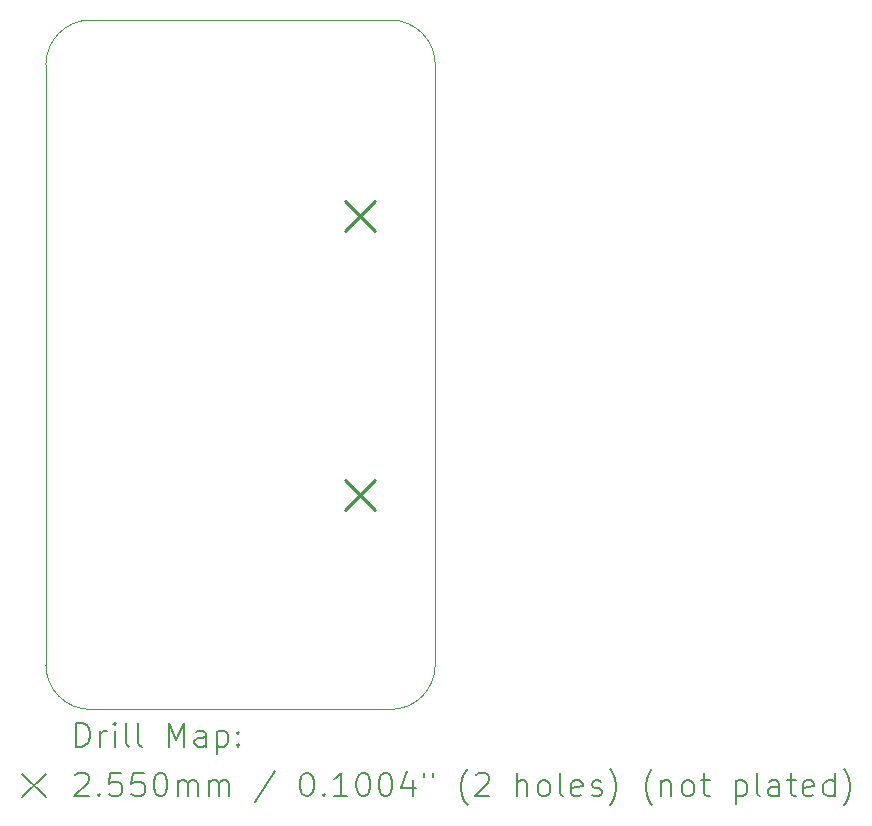
<source format=gbr>
%TF.GenerationSoftware,KiCad,Pcbnew,9.0.7*%
%TF.CreationDate,2026-01-28T01:05:42-05:00*%
%TF.ProjectId,rocket_power_board,726f636b-6574-45f7-906f-7765725f626f,rev?*%
%TF.SameCoordinates,Original*%
%TF.FileFunction,Drillmap*%
%TF.FilePolarity,Positive*%
%FSLAX45Y45*%
G04 Gerber Fmt 4.5, Leading zero omitted, Abs format (unit mm)*
G04 Created by KiCad (PCBNEW 9.0.7) date 2026-01-28 01:05:42*
%MOMM*%
%LPD*%
G01*
G04 APERTURE LIST*
%ADD10C,0.050000*%
%ADD11C,0.200000*%
%ADD12C,0.255000*%
G04 APERTURE END LIST*
D10*
X19941540Y-5080000D02*
G75*
G02*
X20320000Y-4701540I378460J0D01*
G01*
X23238460Y-10160000D02*
G75*
G02*
X22860000Y-10538460I-378460J0D01*
G01*
X23238460Y-5080000D02*
X23238460Y-10160000D01*
X20320000Y-10538460D02*
G75*
G02*
X19941540Y-10160000I0J378460D01*
G01*
X22860000Y-10538460D02*
X20320000Y-10538460D01*
X22860000Y-4701540D02*
G75*
G02*
X23238460Y-5080000I0J-378460D01*
G01*
X19941540Y-10160000D02*
X19941540Y-5080000D01*
X20320000Y-4701540D02*
X22860000Y-4701540D01*
D11*
D12*
X22471720Y-6231260D02*
X22726720Y-6486260D01*
X22726720Y-6231260D02*
X22471720Y-6486260D01*
X22471720Y-8596260D02*
X22726720Y-8851260D01*
X22726720Y-8596260D02*
X22471720Y-8851260D01*
D11*
X20199817Y-10852444D02*
X20199817Y-10652444D01*
X20199817Y-10652444D02*
X20247436Y-10652444D01*
X20247436Y-10652444D02*
X20276007Y-10661968D01*
X20276007Y-10661968D02*
X20295055Y-10681015D01*
X20295055Y-10681015D02*
X20304579Y-10700063D01*
X20304579Y-10700063D02*
X20314103Y-10738158D01*
X20314103Y-10738158D02*
X20314103Y-10766730D01*
X20314103Y-10766730D02*
X20304579Y-10804825D01*
X20304579Y-10804825D02*
X20295055Y-10823872D01*
X20295055Y-10823872D02*
X20276007Y-10842920D01*
X20276007Y-10842920D02*
X20247436Y-10852444D01*
X20247436Y-10852444D02*
X20199817Y-10852444D01*
X20399817Y-10852444D02*
X20399817Y-10719110D01*
X20399817Y-10757206D02*
X20409341Y-10738158D01*
X20409341Y-10738158D02*
X20418864Y-10728634D01*
X20418864Y-10728634D02*
X20437912Y-10719110D01*
X20437912Y-10719110D02*
X20456960Y-10719110D01*
X20523626Y-10852444D02*
X20523626Y-10719110D01*
X20523626Y-10652444D02*
X20514103Y-10661968D01*
X20514103Y-10661968D02*
X20523626Y-10671491D01*
X20523626Y-10671491D02*
X20533150Y-10661968D01*
X20533150Y-10661968D02*
X20523626Y-10652444D01*
X20523626Y-10652444D02*
X20523626Y-10671491D01*
X20647436Y-10852444D02*
X20628388Y-10842920D01*
X20628388Y-10842920D02*
X20618864Y-10823872D01*
X20618864Y-10823872D02*
X20618864Y-10652444D01*
X20752198Y-10852444D02*
X20733150Y-10842920D01*
X20733150Y-10842920D02*
X20723626Y-10823872D01*
X20723626Y-10823872D02*
X20723626Y-10652444D01*
X20980769Y-10852444D02*
X20980769Y-10652444D01*
X20980769Y-10652444D02*
X21047436Y-10795301D01*
X21047436Y-10795301D02*
X21114103Y-10652444D01*
X21114103Y-10652444D02*
X21114103Y-10852444D01*
X21295055Y-10852444D02*
X21295055Y-10747682D01*
X21295055Y-10747682D02*
X21285531Y-10728634D01*
X21285531Y-10728634D02*
X21266484Y-10719110D01*
X21266484Y-10719110D02*
X21228388Y-10719110D01*
X21228388Y-10719110D02*
X21209341Y-10728634D01*
X21295055Y-10842920D02*
X21276007Y-10852444D01*
X21276007Y-10852444D02*
X21228388Y-10852444D01*
X21228388Y-10852444D02*
X21209341Y-10842920D01*
X21209341Y-10842920D02*
X21199817Y-10823872D01*
X21199817Y-10823872D02*
X21199817Y-10804825D01*
X21199817Y-10804825D02*
X21209341Y-10785777D01*
X21209341Y-10785777D02*
X21228388Y-10776253D01*
X21228388Y-10776253D02*
X21276007Y-10776253D01*
X21276007Y-10776253D02*
X21295055Y-10766730D01*
X21390293Y-10719110D02*
X21390293Y-10919110D01*
X21390293Y-10728634D02*
X21409341Y-10719110D01*
X21409341Y-10719110D02*
X21447436Y-10719110D01*
X21447436Y-10719110D02*
X21466484Y-10728634D01*
X21466484Y-10728634D02*
X21476007Y-10738158D01*
X21476007Y-10738158D02*
X21485531Y-10757206D01*
X21485531Y-10757206D02*
X21485531Y-10814349D01*
X21485531Y-10814349D02*
X21476007Y-10833396D01*
X21476007Y-10833396D02*
X21466484Y-10842920D01*
X21466484Y-10842920D02*
X21447436Y-10852444D01*
X21447436Y-10852444D02*
X21409341Y-10852444D01*
X21409341Y-10852444D02*
X21390293Y-10842920D01*
X21571245Y-10833396D02*
X21580769Y-10842920D01*
X21580769Y-10842920D02*
X21571245Y-10852444D01*
X21571245Y-10852444D02*
X21561722Y-10842920D01*
X21561722Y-10842920D02*
X21571245Y-10833396D01*
X21571245Y-10833396D02*
X21571245Y-10852444D01*
X21571245Y-10728634D02*
X21580769Y-10738158D01*
X21580769Y-10738158D02*
X21571245Y-10747682D01*
X21571245Y-10747682D02*
X21561722Y-10738158D01*
X21561722Y-10738158D02*
X21571245Y-10728634D01*
X21571245Y-10728634D02*
X21571245Y-10747682D01*
X19739040Y-11080960D02*
X19939040Y-11280960D01*
X19939040Y-11080960D02*
X19739040Y-11280960D01*
X20190293Y-11091491D02*
X20199817Y-11081968D01*
X20199817Y-11081968D02*
X20218864Y-11072444D01*
X20218864Y-11072444D02*
X20266484Y-11072444D01*
X20266484Y-11072444D02*
X20285531Y-11081968D01*
X20285531Y-11081968D02*
X20295055Y-11091491D01*
X20295055Y-11091491D02*
X20304579Y-11110539D01*
X20304579Y-11110539D02*
X20304579Y-11129587D01*
X20304579Y-11129587D02*
X20295055Y-11158158D01*
X20295055Y-11158158D02*
X20180769Y-11272444D01*
X20180769Y-11272444D02*
X20304579Y-11272444D01*
X20390293Y-11253396D02*
X20399817Y-11262920D01*
X20399817Y-11262920D02*
X20390293Y-11272444D01*
X20390293Y-11272444D02*
X20380769Y-11262920D01*
X20380769Y-11262920D02*
X20390293Y-11253396D01*
X20390293Y-11253396D02*
X20390293Y-11272444D01*
X20580769Y-11072444D02*
X20485531Y-11072444D01*
X20485531Y-11072444D02*
X20476007Y-11167682D01*
X20476007Y-11167682D02*
X20485531Y-11158158D01*
X20485531Y-11158158D02*
X20504579Y-11148634D01*
X20504579Y-11148634D02*
X20552198Y-11148634D01*
X20552198Y-11148634D02*
X20571245Y-11158158D01*
X20571245Y-11158158D02*
X20580769Y-11167682D01*
X20580769Y-11167682D02*
X20590293Y-11186729D01*
X20590293Y-11186729D02*
X20590293Y-11234348D01*
X20590293Y-11234348D02*
X20580769Y-11253396D01*
X20580769Y-11253396D02*
X20571245Y-11262920D01*
X20571245Y-11262920D02*
X20552198Y-11272444D01*
X20552198Y-11272444D02*
X20504579Y-11272444D01*
X20504579Y-11272444D02*
X20485531Y-11262920D01*
X20485531Y-11262920D02*
X20476007Y-11253396D01*
X20771245Y-11072444D02*
X20676007Y-11072444D01*
X20676007Y-11072444D02*
X20666484Y-11167682D01*
X20666484Y-11167682D02*
X20676007Y-11158158D01*
X20676007Y-11158158D02*
X20695055Y-11148634D01*
X20695055Y-11148634D02*
X20742674Y-11148634D01*
X20742674Y-11148634D02*
X20761722Y-11158158D01*
X20761722Y-11158158D02*
X20771245Y-11167682D01*
X20771245Y-11167682D02*
X20780769Y-11186729D01*
X20780769Y-11186729D02*
X20780769Y-11234348D01*
X20780769Y-11234348D02*
X20771245Y-11253396D01*
X20771245Y-11253396D02*
X20761722Y-11262920D01*
X20761722Y-11262920D02*
X20742674Y-11272444D01*
X20742674Y-11272444D02*
X20695055Y-11272444D01*
X20695055Y-11272444D02*
X20676007Y-11262920D01*
X20676007Y-11262920D02*
X20666484Y-11253396D01*
X20904579Y-11072444D02*
X20923626Y-11072444D01*
X20923626Y-11072444D02*
X20942674Y-11081968D01*
X20942674Y-11081968D02*
X20952198Y-11091491D01*
X20952198Y-11091491D02*
X20961722Y-11110539D01*
X20961722Y-11110539D02*
X20971245Y-11148634D01*
X20971245Y-11148634D02*
X20971245Y-11196253D01*
X20971245Y-11196253D02*
X20961722Y-11234348D01*
X20961722Y-11234348D02*
X20952198Y-11253396D01*
X20952198Y-11253396D02*
X20942674Y-11262920D01*
X20942674Y-11262920D02*
X20923626Y-11272444D01*
X20923626Y-11272444D02*
X20904579Y-11272444D01*
X20904579Y-11272444D02*
X20885531Y-11262920D01*
X20885531Y-11262920D02*
X20876007Y-11253396D01*
X20876007Y-11253396D02*
X20866484Y-11234348D01*
X20866484Y-11234348D02*
X20856960Y-11196253D01*
X20856960Y-11196253D02*
X20856960Y-11148634D01*
X20856960Y-11148634D02*
X20866484Y-11110539D01*
X20866484Y-11110539D02*
X20876007Y-11091491D01*
X20876007Y-11091491D02*
X20885531Y-11081968D01*
X20885531Y-11081968D02*
X20904579Y-11072444D01*
X21056960Y-11272444D02*
X21056960Y-11139110D01*
X21056960Y-11158158D02*
X21066484Y-11148634D01*
X21066484Y-11148634D02*
X21085531Y-11139110D01*
X21085531Y-11139110D02*
X21114103Y-11139110D01*
X21114103Y-11139110D02*
X21133150Y-11148634D01*
X21133150Y-11148634D02*
X21142674Y-11167682D01*
X21142674Y-11167682D02*
X21142674Y-11272444D01*
X21142674Y-11167682D02*
X21152198Y-11148634D01*
X21152198Y-11148634D02*
X21171245Y-11139110D01*
X21171245Y-11139110D02*
X21199817Y-11139110D01*
X21199817Y-11139110D02*
X21218865Y-11148634D01*
X21218865Y-11148634D02*
X21228388Y-11167682D01*
X21228388Y-11167682D02*
X21228388Y-11272444D01*
X21323626Y-11272444D02*
X21323626Y-11139110D01*
X21323626Y-11158158D02*
X21333150Y-11148634D01*
X21333150Y-11148634D02*
X21352198Y-11139110D01*
X21352198Y-11139110D02*
X21380769Y-11139110D01*
X21380769Y-11139110D02*
X21399817Y-11148634D01*
X21399817Y-11148634D02*
X21409341Y-11167682D01*
X21409341Y-11167682D02*
X21409341Y-11272444D01*
X21409341Y-11167682D02*
X21418865Y-11148634D01*
X21418865Y-11148634D02*
X21437912Y-11139110D01*
X21437912Y-11139110D02*
X21466484Y-11139110D01*
X21466484Y-11139110D02*
X21485531Y-11148634D01*
X21485531Y-11148634D02*
X21495055Y-11167682D01*
X21495055Y-11167682D02*
X21495055Y-11272444D01*
X21885531Y-11062920D02*
X21714103Y-11320063D01*
X22142674Y-11072444D02*
X22161722Y-11072444D01*
X22161722Y-11072444D02*
X22180769Y-11081968D01*
X22180769Y-11081968D02*
X22190293Y-11091491D01*
X22190293Y-11091491D02*
X22199817Y-11110539D01*
X22199817Y-11110539D02*
X22209341Y-11148634D01*
X22209341Y-11148634D02*
X22209341Y-11196253D01*
X22209341Y-11196253D02*
X22199817Y-11234348D01*
X22199817Y-11234348D02*
X22190293Y-11253396D01*
X22190293Y-11253396D02*
X22180769Y-11262920D01*
X22180769Y-11262920D02*
X22161722Y-11272444D01*
X22161722Y-11272444D02*
X22142674Y-11272444D01*
X22142674Y-11272444D02*
X22123627Y-11262920D01*
X22123627Y-11262920D02*
X22114103Y-11253396D01*
X22114103Y-11253396D02*
X22104579Y-11234348D01*
X22104579Y-11234348D02*
X22095055Y-11196253D01*
X22095055Y-11196253D02*
X22095055Y-11148634D01*
X22095055Y-11148634D02*
X22104579Y-11110539D01*
X22104579Y-11110539D02*
X22114103Y-11091491D01*
X22114103Y-11091491D02*
X22123627Y-11081968D01*
X22123627Y-11081968D02*
X22142674Y-11072444D01*
X22295055Y-11253396D02*
X22304579Y-11262920D01*
X22304579Y-11262920D02*
X22295055Y-11272444D01*
X22295055Y-11272444D02*
X22285531Y-11262920D01*
X22285531Y-11262920D02*
X22295055Y-11253396D01*
X22295055Y-11253396D02*
X22295055Y-11272444D01*
X22495055Y-11272444D02*
X22380769Y-11272444D01*
X22437912Y-11272444D02*
X22437912Y-11072444D01*
X22437912Y-11072444D02*
X22418865Y-11101015D01*
X22418865Y-11101015D02*
X22399817Y-11120063D01*
X22399817Y-11120063D02*
X22380769Y-11129587D01*
X22618865Y-11072444D02*
X22637912Y-11072444D01*
X22637912Y-11072444D02*
X22656960Y-11081968D01*
X22656960Y-11081968D02*
X22666484Y-11091491D01*
X22666484Y-11091491D02*
X22676007Y-11110539D01*
X22676007Y-11110539D02*
X22685531Y-11148634D01*
X22685531Y-11148634D02*
X22685531Y-11196253D01*
X22685531Y-11196253D02*
X22676007Y-11234348D01*
X22676007Y-11234348D02*
X22666484Y-11253396D01*
X22666484Y-11253396D02*
X22656960Y-11262920D01*
X22656960Y-11262920D02*
X22637912Y-11272444D01*
X22637912Y-11272444D02*
X22618865Y-11272444D01*
X22618865Y-11272444D02*
X22599817Y-11262920D01*
X22599817Y-11262920D02*
X22590293Y-11253396D01*
X22590293Y-11253396D02*
X22580769Y-11234348D01*
X22580769Y-11234348D02*
X22571246Y-11196253D01*
X22571246Y-11196253D02*
X22571246Y-11148634D01*
X22571246Y-11148634D02*
X22580769Y-11110539D01*
X22580769Y-11110539D02*
X22590293Y-11091491D01*
X22590293Y-11091491D02*
X22599817Y-11081968D01*
X22599817Y-11081968D02*
X22618865Y-11072444D01*
X22809341Y-11072444D02*
X22828388Y-11072444D01*
X22828388Y-11072444D02*
X22847436Y-11081968D01*
X22847436Y-11081968D02*
X22856960Y-11091491D01*
X22856960Y-11091491D02*
X22866484Y-11110539D01*
X22866484Y-11110539D02*
X22876007Y-11148634D01*
X22876007Y-11148634D02*
X22876007Y-11196253D01*
X22876007Y-11196253D02*
X22866484Y-11234348D01*
X22866484Y-11234348D02*
X22856960Y-11253396D01*
X22856960Y-11253396D02*
X22847436Y-11262920D01*
X22847436Y-11262920D02*
X22828388Y-11272444D01*
X22828388Y-11272444D02*
X22809341Y-11272444D01*
X22809341Y-11272444D02*
X22790293Y-11262920D01*
X22790293Y-11262920D02*
X22780769Y-11253396D01*
X22780769Y-11253396D02*
X22771246Y-11234348D01*
X22771246Y-11234348D02*
X22761722Y-11196253D01*
X22761722Y-11196253D02*
X22761722Y-11148634D01*
X22761722Y-11148634D02*
X22771246Y-11110539D01*
X22771246Y-11110539D02*
X22780769Y-11091491D01*
X22780769Y-11091491D02*
X22790293Y-11081968D01*
X22790293Y-11081968D02*
X22809341Y-11072444D01*
X23047436Y-11139110D02*
X23047436Y-11272444D01*
X22999817Y-11062920D02*
X22952198Y-11205777D01*
X22952198Y-11205777D02*
X23076007Y-11205777D01*
X23142674Y-11072444D02*
X23142674Y-11110539D01*
X23218865Y-11072444D02*
X23218865Y-11110539D01*
X23514103Y-11348634D02*
X23504579Y-11339110D01*
X23504579Y-11339110D02*
X23485531Y-11310539D01*
X23485531Y-11310539D02*
X23476008Y-11291491D01*
X23476008Y-11291491D02*
X23466484Y-11262920D01*
X23466484Y-11262920D02*
X23456960Y-11215301D01*
X23456960Y-11215301D02*
X23456960Y-11177206D01*
X23456960Y-11177206D02*
X23466484Y-11129587D01*
X23466484Y-11129587D02*
X23476008Y-11101015D01*
X23476008Y-11101015D02*
X23485531Y-11081968D01*
X23485531Y-11081968D02*
X23504579Y-11053396D01*
X23504579Y-11053396D02*
X23514103Y-11043872D01*
X23580769Y-11091491D02*
X23590293Y-11081968D01*
X23590293Y-11081968D02*
X23609341Y-11072444D01*
X23609341Y-11072444D02*
X23656960Y-11072444D01*
X23656960Y-11072444D02*
X23676008Y-11081968D01*
X23676008Y-11081968D02*
X23685531Y-11091491D01*
X23685531Y-11091491D02*
X23695055Y-11110539D01*
X23695055Y-11110539D02*
X23695055Y-11129587D01*
X23695055Y-11129587D02*
X23685531Y-11158158D01*
X23685531Y-11158158D02*
X23571246Y-11272444D01*
X23571246Y-11272444D02*
X23695055Y-11272444D01*
X23933150Y-11272444D02*
X23933150Y-11072444D01*
X24018865Y-11272444D02*
X24018865Y-11167682D01*
X24018865Y-11167682D02*
X24009341Y-11148634D01*
X24009341Y-11148634D02*
X23990293Y-11139110D01*
X23990293Y-11139110D02*
X23961722Y-11139110D01*
X23961722Y-11139110D02*
X23942674Y-11148634D01*
X23942674Y-11148634D02*
X23933150Y-11158158D01*
X24142674Y-11272444D02*
X24123627Y-11262920D01*
X24123627Y-11262920D02*
X24114103Y-11253396D01*
X24114103Y-11253396D02*
X24104579Y-11234348D01*
X24104579Y-11234348D02*
X24104579Y-11177206D01*
X24104579Y-11177206D02*
X24114103Y-11158158D01*
X24114103Y-11158158D02*
X24123627Y-11148634D01*
X24123627Y-11148634D02*
X24142674Y-11139110D01*
X24142674Y-11139110D02*
X24171246Y-11139110D01*
X24171246Y-11139110D02*
X24190293Y-11148634D01*
X24190293Y-11148634D02*
X24199817Y-11158158D01*
X24199817Y-11158158D02*
X24209341Y-11177206D01*
X24209341Y-11177206D02*
X24209341Y-11234348D01*
X24209341Y-11234348D02*
X24199817Y-11253396D01*
X24199817Y-11253396D02*
X24190293Y-11262920D01*
X24190293Y-11262920D02*
X24171246Y-11272444D01*
X24171246Y-11272444D02*
X24142674Y-11272444D01*
X24323627Y-11272444D02*
X24304579Y-11262920D01*
X24304579Y-11262920D02*
X24295055Y-11243872D01*
X24295055Y-11243872D02*
X24295055Y-11072444D01*
X24476008Y-11262920D02*
X24456960Y-11272444D01*
X24456960Y-11272444D02*
X24418865Y-11272444D01*
X24418865Y-11272444D02*
X24399817Y-11262920D01*
X24399817Y-11262920D02*
X24390293Y-11243872D01*
X24390293Y-11243872D02*
X24390293Y-11167682D01*
X24390293Y-11167682D02*
X24399817Y-11148634D01*
X24399817Y-11148634D02*
X24418865Y-11139110D01*
X24418865Y-11139110D02*
X24456960Y-11139110D01*
X24456960Y-11139110D02*
X24476008Y-11148634D01*
X24476008Y-11148634D02*
X24485531Y-11167682D01*
X24485531Y-11167682D02*
X24485531Y-11186729D01*
X24485531Y-11186729D02*
X24390293Y-11205777D01*
X24561722Y-11262920D02*
X24580770Y-11272444D01*
X24580770Y-11272444D02*
X24618865Y-11272444D01*
X24618865Y-11272444D02*
X24637912Y-11262920D01*
X24637912Y-11262920D02*
X24647436Y-11243872D01*
X24647436Y-11243872D02*
X24647436Y-11234348D01*
X24647436Y-11234348D02*
X24637912Y-11215301D01*
X24637912Y-11215301D02*
X24618865Y-11205777D01*
X24618865Y-11205777D02*
X24590293Y-11205777D01*
X24590293Y-11205777D02*
X24571246Y-11196253D01*
X24571246Y-11196253D02*
X24561722Y-11177206D01*
X24561722Y-11177206D02*
X24561722Y-11167682D01*
X24561722Y-11167682D02*
X24571246Y-11148634D01*
X24571246Y-11148634D02*
X24590293Y-11139110D01*
X24590293Y-11139110D02*
X24618865Y-11139110D01*
X24618865Y-11139110D02*
X24637912Y-11148634D01*
X24714103Y-11348634D02*
X24723627Y-11339110D01*
X24723627Y-11339110D02*
X24742674Y-11310539D01*
X24742674Y-11310539D02*
X24752198Y-11291491D01*
X24752198Y-11291491D02*
X24761722Y-11262920D01*
X24761722Y-11262920D02*
X24771246Y-11215301D01*
X24771246Y-11215301D02*
X24771246Y-11177206D01*
X24771246Y-11177206D02*
X24761722Y-11129587D01*
X24761722Y-11129587D02*
X24752198Y-11101015D01*
X24752198Y-11101015D02*
X24742674Y-11081968D01*
X24742674Y-11081968D02*
X24723627Y-11053396D01*
X24723627Y-11053396D02*
X24714103Y-11043872D01*
X25076008Y-11348634D02*
X25066484Y-11339110D01*
X25066484Y-11339110D02*
X25047436Y-11310539D01*
X25047436Y-11310539D02*
X25037912Y-11291491D01*
X25037912Y-11291491D02*
X25028389Y-11262920D01*
X25028389Y-11262920D02*
X25018865Y-11215301D01*
X25018865Y-11215301D02*
X25018865Y-11177206D01*
X25018865Y-11177206D02*
X25028389Y-11129587D01*
X25028389Y-11129587D02*
X25037912Y-11101015D01*
X25037912Y-11101015D02*
X25047436Y-11081968D01*
X25047436Y-11081968D02*
X25066484Y-11053396D01*
X25066484Y-11053396D02*
X25076008Y-11043872D01*
X25152198Y-11139110D02*
X25152198Y-11272444D01*
X25152198Y-11158158D02*
X25161722Y-11148634D01*
X25161722Y-11148634D02*
X25180770Y-11139110D01*
X25180770Y-11139110D02*
X25209341Y-11139110D01*
X25209341Y-11139110D02*
X25228389Y-11148634D01*
X25228389Y-11148634D02*
X25237912Y-11167682D01*
X25237912Y-11167682D02*
X25237912Y-11272444D01*
X25361722Y-11272444D02*
X25342674Y-11262920D01*
X25342674Y-11262920D02*
X25333151Y-11253396D01*
X25333151Y-11253396D02*
X25323627Y-11234348D01*
X25323627Y-11234348D02*
X25323627Y-11177206D01*
X25323627Y-11177206D02*
X25333151Y-11158158D01*
X25333151Y-11158158D02*
X25342674Y-11148634D01*
X25342674Y-11148634D02*
X25361722Y-11139110D01*
X25361722Y-11139110D02*
X25390293Y-11139110D01*
X25390293Y-11139110D02*
X25409341Y-11148634D01*
X25409341Y-11148634D02*
X25418865Y-11158158D01*
X25418865Y-11158158D02*
X25428389Y-11177206D01*
X25428389Y-11177206D02*
X25428389Y-11234348D01*
X25428389Y-11234348D02*
X25418865Y-11253396D01*
X25418865Y-11253396D02*
X25409341Y-11262920D01*
X25409341Y-11262920D02*
X25390293Y-11272444D01*
X25390293Y-11272444D02*
X25361722Y-11272444D01*
X25485532Y-11139110D02*
X25561722Y-11139110D01*
X25514103Y-11072444D02*
X25514103Y-11243872D01*
X25514103Y-11243872D02*
X25523627Y-11262920D01*
X25523627Y-11262920D02*
X25542674Y-11272444D01*
X25542674Y-11272444D02*
X25561722Y-11272444D01*
X25780770Y-11139110D02*
X25780770Y-11339110D01*
X25780770Y-11148634D02*
X25799817Y-11139110D01*
X25799817Y-11139110D02*
X25837913Y-11139110D01*
X25837913Y-11139110D02*
X25856960Y-11148634D01*
X25856960Y-11148634D02*
X25866484Y-11158158D01*
X25866484Y-11158158D02*
X25876008Y-11177206D01*
X25876008Y-11177206D02*
X25876008Y-11234348D01*
X25876008Y-11234348D02*
X25866484Y-11253396D01*
X25866484Y-11253396D02*
X25856960Y-11262920D01*
X25856960Y-11262920D02*
X25837913Y-11272444D01*
X25837913Y-11272444D02*
X25799817Y-11272444D01*
X25799817Y-11272444D02*
X25780770Y-11262920D01*
X25990293Y-11272444D02*
X25971246Y-11262920D01*
X25971246Y-11262920D02*
X25961722Y-11243872D01*
X25961722Y-11243872D02*
X25961722Y-11072444D01*
X26152198Y-11272444D02*
X26152198Y-11167682D01*
X26152198Y-11167682D02*
X26142674Y-11148634D01*
X26142674Y-11148634D02*
X26123627Y-11139110D01*
X26123627Y-11139110D02*
X26085532Y-11139110D01*
X26085532Y-11139110D02*
X26066484Y-11148634D01*
X26152198Y-11262920D02*
X26133151Y-11272444D01*
X26133151Y-11272444D02*
X26085532Y-11272444D01*
X26085532Y-11272444D02*
X26066484Y-11262920D01*
X26066484Y-11262920D02*
X26056960Y-11243872D01*
X26056960Y-11243872D02*
X26056960Y-11224825D01*
X26056960Y-11224825D02*
X26066484Y-11205777D01*
X26066484Y-11205777D02*
X26085532Y-11196253D01*
X26085532Y-11196253D02*
X26133151Y-11196253D01*
X26133151Y-11196253D02*
X26152198Y-11186729D01*
X26218865Y-11139110D02*
X26295055Y-11139110D01*
X26247436Y-11072444D02*
X26247436Y-11243872D01*
X26247436Y-11243872D02*
X26256960Y-11262920D01*
X26256960Y-11262920D02*
X26276008Y-11272444D01*
X26276008Y-11272444D02*
X26295055Y-11272444D01*
X26437913Y-11262920D02*
X26418865Y-11272444D01*
X26418865Y-11272444D02*
X26380770Y-11272444D01*
X26380770Y-11272444D02*
X26361722Y-11262920D01*
X26361722Y-11262920D02*
X26352198Y-11243872D01*
X26352198Y-11243872D02*
X26352198Y-11167682D01*
X26352198Y-11167682D02*
X26361722Y-11148634D01*
X26361722Y-11148634D02*
X26380770Y-11139110D01*
X26380770Y-11139110D02*
X26418865Y-11139110D01*
X26418865Y-11139110D02*
X26437913Y-11148634D01*
X26437913Y-11148634D02*
X26447436Y-11167682D01*
X26447436Y-11167682D02*
X26447436Y-11186729D01*
X26447436Y-11186729D02*
X26352198Y-11205777D01*
X26618865Y-11272444D02*
X26618865Y-11072444D01*
X26618865Y-11262920D02*
X26599817Y-11272444D01*
X26599817Y-11272444D02*
X26561722Y-11272444D01*
X26561722Y-11272444D02*
X26542674Y-11262920D01*
X26542674Y-11262920D02*
X26533151Y-11253396D01*
X26533151Y-11253396D02*
X26523627Y-11234348D01*
X26523627Y-11234348D02*
X26523627Y-11177206D01*
X26523627Y-11177206D02*
X26533151Y-11158158D01*
X26533151Y-11158158D02*
X26542674Y-11148634D01*
X26542674Y-11148634D02*
X26561722Y-11139110D01*
X26561722Y-11139110D02*
X26599817Y-11139110D01*
X26599817Y-11139110D02*
X26618865Y-11148634D01*
X26695055Y-11348634D02*
X26704579Y-11339110D01*
X26704579Y-11339110D02*
X26723627Y-11310539D01*
X26723627Y-11310539D02*
X26733151Y-11291491D01*
X26733151Y-11291491D02*
X26742674Y-11262920D01*
X26742674Y-11262920D02*
X26752198Y-11215301D01*
X26752198Y-11215301D02*
X26752198Y-11177206D01*
X26752198Y-11177206D02*
X26742674Y-11129587D01*
X26742674Y-11129587D02*
X26733151Y-11101015D01*
X26733151Y-11101015D02*
X26723627Y-11081968D01*
X26723627Y-11081968D02*
X26704579Y-11053396D01*
X26704579Y-11053396D02*
X26695055Y-11043872D01*
M02*

</source>
